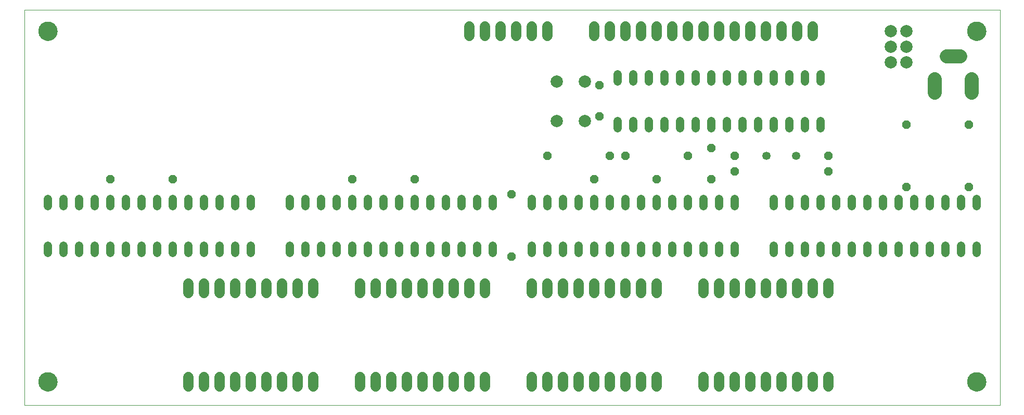
<source format=gts>
G75*
%MOIN*%
%OFA0B0*%
%FSLAX25Y25*%
%IPPOS*%
%LPD*%
%AMOC8*
5,1,8,0,0,1.08239X$1,22.5*
%
%ADD10C,0.00000*%
%ADD11C,0.12311*%
%ADD12OC8,0.05300*%
%ADD13C,0.09100*%
%ADD14C,0.06500*%
%ADD15C,0.07900*%
%ADD16C,0.05300*%
%ADD17C,0.05300*%
D10*
X0001300Y0001300D02*
X0001300Y0255001D01*
X0626221Y0255001D01*
X0626221Y0001300D01*
X0001300Y0001300D01*
X0010394Y0016300D02*
X0010396Y0016453D01*
X0010402Y0016607D01*
X0010412Y0016760D01*
X0010426Y0016912D01*
X0010444Y0017065D01*
X0010466Y0017216D01*
X0010491Y0017367D01*
X0010521Y0017518D01*
X0010555Y0017668D01*
X0010592Y0017816D01*
X0010633Y0017964D01*
X0010678Y0018110D01*
X0010727Y0018256D01*
X0010780Y0018400D01*
X0010836Y0018542D01*
X0010896Y0018683D01*
X0010960Y0018823D01*
X0011027Y0018961D01*
X0011098Y0019097D01*
X0011173Y0019231D01*
X0011250Y0019363D01*
X0011332Y0019493D01*
X0011416Y0019621D01*
X0011504Y0019747D01*
X0011595Y0019870D01*
X0011689Y0019991D01*
X0011787Y0020109D01*
X0011887Y0020225D01*
X0011991Y0020338D01*
X0012097Y0020449D01*
X0012206Y0020557D01*
X0012318Y0020662D01*
X0012432Y0020763D01*
X0012550Y0020862D01*
X0012669Y0020958D01*
X0012791Y0021051D01*
X0012916Y0021140D01*
X0013043Y0021227D01*
X0013172Y0021309D01*
X0013303Y0021389D01*
X0013436Y0021465D01*
X0013571Y0021538D01*
X0013708Y0021607D01*
X0013847Y0021672D01*
X0013987Y0021734D01*
X0014129Y0021792D01*
X0014272Y0021847D01*
X0014417Y0021898D01*
X0014563Y0021945D01*
X0014710Y0021988D01*
X0014858Y0022027D01*
X0015007Y0022063D01*
X0015157Y0022094D01*
X0015308Y0022122D01*
X0015459Y0022146D01*
X0015612Y0022166D01*
X0015764Y0022182D01*
X0015917Y0022194D01*
X0016070Y0022202D01*
X0016223Y0022206D01*
X0016377Y0022206D01*
X0016530Y0022202D01*
X0016683Y0022194D01*
X0016836Y0022182D01*
X0016988Y0022166D01*
X0017141Y0022146D01*
X0017292Y0022122D01*
X0017443Y0022094D01*
X0017593Y0022063D01*
X0017742Y0022027D01*
X0017890Y0021988D01*
X0018037Y0021945D01*
X0018183Y0021898D01*
X0018328Y0021847D01*
X0018471Y0021792D01*
X0018613Y0021734D01*
X0018753Y0021672D01*
X0018892Y0021607D01*
X0019029Y0021538D01*
X0019164Y0021465D01*
X0019297Y0021389D01*
X0019428Y0021309D01*
X0019557Y0021227D01*
X0019684Y0021140D01*
X0019809Y0021051D01*
X0019931Y0020958D01*
X0020050Y0020862D01*
X0020168Y0020763D01*
X0020282Y0020662D01*
X0020394Y0020557D01*
X0020503Y0020449D01*
X0020609Y0020338D01*
X0020713Y0020225D01*
X0020813Y0020109D01*
X0020911Y0019991D01*
X0021005Y0019870D01*
X0021096Y0019747D01*
X0021184Y0019621D01*
X0021268Y0019493D01*
X0021350Y0019363D01*
X0021427Y0019231D01*
X0021502Y0019097D01*
X0021573Y0018961D01*
X0021640Y0018823D01*
X0021704Y0018683D01*
X0021764Y0018542D01*
X0021820Y0018400D01*
X0021873Y0018256D01*
X0021922Y0018110D01*
X0021967Y0017964D01*
X0022008Y0017816D01*
X0022045Y0017668D01*
X0022079Y0017518D01*
X0022109Y0017367D01*
X0022134Y0017216D01*
X0022156Y0017065D01*
X0022174Y0016912D01*
X0022188Y0016760D01*
X0022198Y0016607D01*
X0022204Y0016453D01*
X0022206Y0016300D01*
X0022204Y0016147D01*
X0022198Y0015993D01*
X0022188Y0015840D01*
X0022174Y0015688D01*
X0022156Y0015535D01*
X0022134Y0015384D01*
X0022109Y0015233D01*
X0022079Y0015082D01*
X0022045Y0014932D01*
X0022008Y0014784D01*
X0021967Y0014636D01*
X0021922Y0014490D01*
X0021873Y0014344D01*
X0021820Y0014200D01*
X0021764Y0014058D01*
X0021704Y0013917D01*
X0021640Y0013777D01*
X0021573Y0013639D01*
X0021502Y0013503D01*
X0021427Y0013369D01*
X0021350Y0013237D01*
X0021268Y0013107D01*
X0021184Y0012979D01*
X0021096Y0012853D01*
X0021005Y0012730D01*
X0020911Y0012609D01*
X0020813Y0012491D01*
X0020713Y0012375D01*
X0020609Y0012262D01*
X0020503Y0012151D01*
X0020394Y0012043D01*
X0020282Y0011938D01*
X0020168Y0011837D01*
X0020050Y0011738D01*
X0019931Y0011642D01*
X0019809Y0011549D01*
X0019684Y0011460D01*
X0019557Y0011373D01*
X0019428Y0011291D01*
X0019297Y0011211D01*
X0019164Y0011135D01*
X0019029Y0011062D01*
X0018892Y0010993D01*
X0018753Y0010928D01*
X0018613Y0010866D01*
X0018471Y0010808D01*
X0018328Y0010753D01*
X0018183Y0010702D01*
X0018037Y0010655D01*
X0017890Y0010612D01*
X0017742Y0010573D01*
X0017593Y0010537D01*
X0017443Y0010506D01*
X0017292Y0010478D01*
X0017141Y0010454D01*
X0016988Y0010434D01*
X0016836Y0010418D01*
X0016683Y0010406D01*
X0016530Y0010398D01*
X0016377Y0010394D01*
X0016223Y0010394D01*
X0016070Y0010398D01*
X0015917Y0010406D01*
X0015764Y0010418D01*
X0015612Y0010434D01*
X0015459Y0010454D01*
X0015308Y0010478D01*
X0015157Y0010506D01*
X0015007Y0010537D01*
X0014858Y0010573D01*
X0014710Y0010612D01*
X0014563Y0010655D01*
X0014417Y0010702D01*
X0014272Y0010753D01*
X0014129Y0010808D01*
X0013987Y0010866D01*
X0013847Y0010928D01*
X0013708Y0010993D01*
X0013571Y0011062D01*
X0013436Y0011135D01*
X0013303Y0011211D01*
X0013172Y0011291D01*
X0013043Y0011373D01*
X0012916Y0011460D01*
X0012791Y0011549D01*
X0012669Y0011642D01*
X0012550Y0011738D01*
X0012432Y0011837D01*
X0012318Y0011938D01*
X0012206Y0012043D01*
X0012097Y0012151D01*
X0011991Y0012262D01*
X0011887Y0012375D01*
X0011787Y0012491D01*
X0011689Y0012609D01*
X0011595Y0012730D01*
X0011504Y0012853D01*
X0011416Y0012979D01*
X0011332Y0013107D01*
X0011250Y0013237D01*
X0011173Y0013369D01*
X0011098Y0013503D01*
X0011027Y0013639D01*
X0010960Y0013777D01*
X0010896Y0013917D01*
X0010836Y0014058D01*
X0010780Y0014200D01*
X0010727Y0014344D01*
X0010678Y0014490D01*
X0010633Y0014636D01*
X0010592Y0014784D01*
X0010555Y0014932D01*
X0010521Y0015082D01*
X0010491Y0015233D01*
X0010466Y0015384D01*
X0010444Y0015535D01*
X0010426Y0015688D01*
X0010412Y0015840D01*
X0010402Y0015993D01*
X0010396Y0016147D01*
X0010394Y0016300D01*
X0010394Y0241300D02*
X0010396Y0241453D01*
X0010402Y0241607D01*
X0010412Y0241760D01*
X0010426Y0241912D01*
X0010444Y0242065D01*
X0010466Y0242216D01*
X0010491Y0242367D01*
X0010521Y0242518D01*
X0010555Y0242668D01*
X0010592Y0242816D01*
X0010633Y0242964D01*
X0010678Y0243110D01*
X0010727Y0243256D01*
X0010780Y0243400D01*
X0010836Y0243542D01*
X0010896Y0243683D01*
X0010960Y0243823D01*
X0011027Y0243961D01*
X0011098Y0244097D01*
X0011173Y0244231D01*
X0011250Y0244363D01*
X0011332Y0244493D01*
X0011416Y0244621D01*
X0011504Y0244747D01*
X0011595Y0244870D01*
X0011689Y0244991D01*
X0011787Y0245109D01*
X0011887Y0245225D01*
X0011991Y0245338D01*
X0012097Y0245449D01*
X0012206Y0245557D01*
X0012318Y0245662D01*
X0012432Y0245763D01*
X0012550Y0245862D01*
X0012669Y0245958D01*
X0012791Y0246051D01*
X0012916Y0246140D01*
X0013043Y0246227D01*
X0013172Y0246309D01*
X0013303Y0246389D01*
X0013436Y0246465D01*
X0013571Y0246538D01*
X0013708Y0246607D01*
X0013847Y0246672D01*
X0013987Y0246734D01*
X0014129Y0246792D01*
X0014272Y0246847D01*
X0014417Y0246898D01*
X0014563Y0246945D01*
X0014710Y0246988D01*
X0014858Y0247027D01*
X0015007Y0247063D01*
X0015157Y0247094D01*
X0015308Y0247122D01*
X0015459Y0247146D01*
X0015612Y0247166D01*
X0015764Y0247182D01*
X0015917Y0247194D01*
X0016070Y0247202D01*
X0016223Y0247206D01*
X0016377Y0247206D01*
X0016530Y0247202D01*
X0016683Y0247194D01*
X0016836Y0247182D01*
X0016988Y0247166D01*
X0017141Y0247146D01*
X0017292Y0247122D01*
X0017443Y0247094D01*
X0017593Y0247063D01*
X0017742Y0247027D01*
X0017890Y0246988D01*
X0018037Y0246945D01*
X0018183Y0246898D01*
X0018328Y0246847D01*
X0018471Y0246792D01*
X0018613Y0246734D01*
X0018753Y0246672D01*
X0018892Y0246607D01*
X0019029Y0246538D01*
X0019164Y0246465D01*
X0019297Y0246389D01*
X0019428Y0246309D01*
X0019557Y0246227D01*
X0019684Y0246140D01*
X0019809Y0246051D01*
X0019931Y0245958D01*
X0020050Y0245862D01*
X0020168Y0245763D01*
X0020282Y0245662D01*
X0020394Y0245557D01*
X0020503Y0245449D01*
X0020609Y0245338D01*
X0020713Y0245225D01*
X0020813Y0245109D01*
X0020911Y0244991D01*
X0021005Y0244870D01*
X0021096Y0244747D01*
X0021184Y0244621D01*
X0021268Y0244493D01*
X0021350Y0244363D01*
X0021427Y0244231D01*
X0021502Y0244097D01*
X0021573Y0243961D01*
X0021640Y0243823D01*
X0021704Y0243683D01*
X0021764Y0243542D01*
X0021820Y0243400D01*
X0021873Y0243256D01*
X0021922Y0243110D01*
X0021967Y0242964D01*
X0022008Y0242816D01*
X0022045Y0242668D01*
X0022079Y0242518D01*
X0022109Y0242367D01*
X0022134Y0242216D01*
X0022156Y0242065D01*
X0022174Y0241912D01*
X0022188Y0241760D01*
X0022198Y0241607D01*
X0022204Y0241453D01*
X0022206Y0241300D01*
X0022204Y0241147D01*
X0022198Y0240993D01*
X0022188Y0240840D01*
X0022174Y0240688D01*
X0022156Y0240535D01*
X0022134Y0240384D01*
X0022109Y0240233D01*
X0022079Y0240082D01*
X0022045Y0239932D01*
X0022008Y0239784D01*
X0021967Y0239636D01*
X0021922Y0239490D01*
X0021873Y0239344D01*
X0021820Y0239200D01*
X0021764Y0239058D01*
X0021704Y0238917D01*
X0021640Y0238777D01*
X0021573Y0238639D01*
X0021502Y0238503D01*
X0021427Y0238369D01*
X0021350Y0238237D01*
X0021268Y0238107D01*
X0021184Y0237979D01*
X0021096Y0237853D01*
X0021005Y0237730D01*
X0020911Y0237609D01*
X0020813Y0237491D01*
X0020713Y0237375D01*
X0020609Y0237262D01*
X0020503Y0237151D01*
X0020394Y0237043D01*
X0020282Y0236938D01*
X0020168Y0236837D01*
X0020050Y0236738D01*
X0019931Y0236642D01*
X0019809Y0236549D01*
X0019684Y0236460D01*
X0019557Y0236373D01*
X0019428Y0236291D01*
X0019297Y0236211D01*
X0019164Y0236135D01*
X0019029Y0236062D01*
X0018892Y0235993D01*
X0018753Y0235928D01*
X0018613Y0235866D01*
X0018471Y0235808D01*
X0018328Y0235753D01*
X0018183Y0235702D01*
X0018037Y0235655D01*
X0017890Y0235612D01*
X0017742Y0235573D01*
X0017593Y0235537D01*
X0017443Y0235506D01*
X0017292Y0235478D01*
X0017141Y0235454D01*
X0016988Y0235434D01*
X0016836Y0235418D01*
X0016683Y0235406D01*
X0016530Y0235398D01*
X0016377Y0235394D01*
X0016223Y0235394D01*
X0016070Y0235398D01*
X0015917Y0235406D01*
X0015764Y0235418D01*
X0015612Y0235434D01*
X0015459Y0235454D01*
X0015308Y0235478D01*
X0015157Y0235506D01*
X0015007Y0235537D01*
X0014858Y0235573D01*
X0014710Y0235612D01*
X0014563Y0235655D01*
X0014417Y0235702D01*
X0014272Y0235753D01*
X0014129Y0235808D01*
X0013987Y0235866D01*
X0013847Y0235928D01*
X0013708Y0235993D01*
X0013571Y0236062D01*
X0013436Y0236135D01*
X0013303Y0236211D01*
X0013172Y0236291D01*
X0013043Y0236373D01*
X0012916Y0236460D01*
X0012791Y0236549D01*
X0012669Y0236642D01*
X0012550Y0236738D01*
X0012432Y0236837D01*
X0012318Y0236938D01*
X0012206Y0237043D01*
X0012097Y0237151D01*
X0011991Y0237262D01*
X0011887Y0237375D01*
X0011787Y0237491D01*
X0011689Y0237609D01*
X0011595Y0237730D01*
X0011504Y0237853D01*
X0011416Y0237979D01*
X0011332Y0238107D01*
X0011250Y0238237D01*
X0011173Y0238369D01*
X0011098Y0238503D01*
X0011027Y0238639D01*
X0010960Y0238777D01*
X0010896Y0238917D01*
X0010836Y0239058D01*
X0010780Y0239200D01*
X0010727Y0239344D01*
X0010678Y0239490D01*
X0010633Y0239636D01*
X0010592Y0239784D01*
X0010555Y0239932D01*
X0010521Y0240082D01*
X0010491Y0240233D01*
X0010466Y0240384D01*
X0010444Y0240535D01*
X0010426Y0240688D01*
X0010412Y0240840D01*
X0010402Y0240993D01*
X0010396Y0241147D01*
X0010394Y0241300D01*
X0605394Y0241300D02*
X0605396Y0241453D01*
X0605402Y0241607D01*
X0605412Y0241760D01*
X0605426Y0241912D01*
X0605444Y0242065D01*
X0605466Y0242216D01*
X0605491Y0242367D01*
X0605521Y0242518D01*
X0605555Y0242668D01*
X0605592Y0242816D01*
X0605633Y0242964D01*
X0605678Y0243110D01*
X0605727Y0243256D01*
X0605780Y0243400D01*
X0605836Y0243542D01*
X0605896Y0243683D01*
X0605960Y0243823D01*
X0606027Y0243961D01*
X0606098Y0244097D01*
X0606173Y0244231D01*
X0606250Y0244363D01*
X0606332Y0244493D01*
X0606416Y0244621D01*
X0606504Y0244747D01*
X0606595Y0244870D01*
X0606689Y0244991D01*
X0606787Y0245109D01*
X0606887Y0245225D01*
X0606991Y0245338D01*
X0607097Y0245449D01*
X0607206Y0245557D01*
X0607318Y0245662D01*
X0607432Y0245763D01*
X0607550Y0245862D01*
X0607669Y0245958D01*
X0607791Y0246051D01*
X0607916Y0246140D01*
X0608043Y0246227D01*
X0608172Y0246309D01*
X0608303Y0246389D01*
X0608436Y0246465D01*
X0608571Y0246538D01*
X0608708Y0246607D01*
X0608847Y0246672D01*
X0608987Y0246734D01*
X0609129Y0246792D01*
X0609272Y0246847D01*
X0609417Y0246898D01*
X0609563Y0246945D01*
X0609710Y0246988D01*
X0609858Y0247027D01*
X0610007Y0247063D01*
X0610157Y0247094D01*
X0610308Y0247122D01*
X0610459Y0247146D01*
X0610612Y0247166D01*
X0610764Y0247182D01*
X0610917Y0247194D01*
X0611070Y0247202D01*
X0611223Y0247206D01*
X0611377Y0247206D01*
X0611530Y0247202D01*
X0611683Y0247194D01*
X0611836Y0247182D01*
X0611988Y0247166D01*
X0612141Y0247146D01*
X0612292Y0247122D01*
X0612443Y0247094D01*
X0612593Y0247063D01*
X0612742Y0247027D01*
X0612890Y0246988D01*
X0613037Y0246945D01*
X0613183Y0246898D01*
X0613328Y0246847D01*
X0613471Y0246792D01*
X0613613Y0246734D01*
X0613753Y0246672D01*
X0613892Y0246607D01*
X0614029Y0246538D01*
X0614164Y0246465D01*
X0614297Y0246389D01*
X0614428Y0246309D01*
X0614557Y0246227D01*
X0614684Y0246140D01*
X0614809Y0246051D01*
X0614931Y0245958D01*
X0615050Y0245862D01*
X0615168Y0245763D01*
X0615282Y0245662D01*
X0615394Y0245557D01*
X0615503Y0245449D01*
X0615609Y0245338D01*
X0615713Y0245225D01*
X0615813Y0245109D01*
X0615911Y0244991D01*
X0616005Y0244870D01*
X0616096Y0244747D01*
X0616184Y0244621D01*
X0616268Y0244493D01*
X0616350Y0244363D01*
X0616427Y0244231D01*
X0616502Y0244097D01*
X0616573Y0243961D01*
X0616640Y0243823D01*
X0616704Y0243683D01*
X0616764Y0243542D01*
X0616820Y0243400D01*
X0616873Y0243256D01*
X0616922Y0243110D01*
X0616967Y0242964D01*
X0617008Y0242816D01*
X0617045Y0242668D01*
X0617079Y0242518D01*
X0617109Y0242367D01*
X0617134Y0242216D01*
X0617156Y0242065D01*
X0617174Y0241912D01*
X0617188Y0241760D01*
X0617198Y0241607D01*
X0617204Y0241453D01*
X0617206Y0241300D01*
X0617204Y0241147D01*
X0617198Y0240993D01*
X0617188Y0240840D01*
X0617174Y0240688D01*
X0617156Y0240535D01*
X0617134Y0240384D01*
X0617109Y0240233D01*
X0617079Y0240082D01*
X0617045Y0239932D01*
X0617008Y0239784D01*
X0616967Y0239636D01*
X0616922Y0239490D01*
X0616873Y0239344D01*
X0616820Y0239200D01*
X0616764Y0239058D01*
X0616704Y0238917D01*
X0616640Y0238777D01*
X0616573Y0238639D01*
X0616502Y0238503D01*
X0616427Y0238369D01*
X0616350Y0238237D01*
X0616268Y0238107D01*
X0616184Y0237979D01*
X0616096Y0237853D01*
X0616005Y0237730D01*
X0615911Y0237609D01*
X0615813Y0237491D01*
X0615713Y0237375D01*
X0615609Y0237262D01*
X0615503Y0237151D01*
X0615394Y0237043D01*
X0615282Y0236938D01*
X0615168Y0236837D01*
X0615050Y0236738D01*
X0614931Y0236642D01*
X0614809Y0236549D01*
X0614684Y0236460D01*
X0614557Y0236373D01*
X0614428Y0236291D01*
X0614297Y0236211D01*
X0614164Y0236135D01*
X0614029Y0236062D01*
X0613892Y0235993D01*
X0613753Y0235928D01*
X0613613Y0235866D01*
X0613471Y0235808D01*
X0613328Y0235753D01*
X0613183Y0235702D01*
X0613037Y0235655D01*
X0612890Y0235612D01*
X0612742Y0235573D01*
X0612593Y0235537D01*
X0612443Y0235506D01*
X0612292Y0235478D01*
X0612141Y0235454D01*
X0611988Y0235434D01*
X0611836Y0235418D01*
X0611683Y0235406D01*
X0611530Y0235398D01*
X0611377Y0235394D01*
X0611223Y0235394D01*
X0611070Y0235398D01*
X0610917Y0235406D01*
X0610764Y0235418D01*
X0610612Y0235434D01*
X0610459Y0235454D01*
X0610308Y0235478D01*
X0610157Y0235506D01*
X0610007Y0235537D01*
X0609858Y0235573D01*
X0609710Y0235612D01*
X0609563Y0235655D01*
X0609417Y0235702D01*
X0609272Y0235753D01*
X0609129Y0235808D01*
X0608987Y0235866D01*
X0608847Y0235928D01*
X0608708Y0235993D01*
X0608571Y0236062D01*
X0608436Y0236135D01*
X0608303Y0236211D01*
X0608172Y0236291D01*
X0608043Y0236373D01*
X0607916Y0236460D01*
X0607791Y0236549D01*
X0607669Y0236642D01*
X0607550Y0236738D01*
X0607432Y0236837D01*
X0607318Y0236938D01*
X0607206Y0237043D01*
X0607097Y0237151D01*
X0606991Y0237262D01*
X0606887Y0237375D01*
X0606787Y0237491D01*
X0606689Y0237609D01*
X0606595Y0237730D01*
X0606504Y0237853D01*
X0606416Y0237979D01*
X0606332Y0238107D01*
X0606250Y0238237D01*
X0606173Y0238369D01*
X0606098Y0238503D01*
X0606027Y0238639D01*
X0605960Y0238777D01*
X0605896Y0238917D01*
X0605836Y0239058D01*
X0605780Y0239200D01*
X0605727Y0239344D01*
X0605678Y0239490D01*
X0605633Y0239636D01*
X0605592Y0239784D01*
X0605555Y0239932D01*
X0605521Y0240082D01*
X0605491Y0240233D01*
X0605466Y0240384D01*
X0605444Y0240535D01*
X0605426Y0240688D01*
X0605412Y0240840D01*
X0605402Y0240993D01*
X0605396Y0241147D01*
X0605394Y0241300D01*
X0605394Y0016300D02*
X0605396Y0016453D01*
X0605402Y0016607D01*
X0605412Y0016760D01*
X0605426Y0016912D01*
X0605444Y0017065D01*
X0605466Y0017216D01*
X0605491Y0017367D01*
X0605521Y0017518D01*
X0605555Y0017668D01*
X0605592Y0017816D01*
X0605633Y0017964D01*
X0605678Y0018110D01*
X0605727Y0018256D01*
X0605780Y0018400D01*
X0605836Y0018542D01*
X0605896Y0018683D01*
X0605960Y0018823D01*
X0606027Y0018961D01*
X0606098Y0019097D01*
X0606173Y0019231D01*
X0606250Y0019363D01*
X0606332Y0019493D01*
X0606416Y0019621D01*
X0606504Y0019747D01*
X0606595Y0019870D01*
X0606689Y0019991D01*
X0606787Y0020109D01*
X0606887Y0020225D01*
X0606991Y0020338D01*
X0607097Y0020449D01*
X0607206Y0020557D01*
X0607318Y0020662D01*
X0607432Y0020763D01*
X0607550Y0020862D01*
X0607669Y0020958D01*
X0607791Y0021051D01*
X0607916Y0021140D01*
X0608043Y0021227D01*
X0608172Y0021309D01*
X0608303Y0021389D01*
X0608436Y0021465D01*
X0608571Y0021538D01*
X0608708Y0021607D01*
X0608847Y0021672D01*
X0608987Y0021734D01*
X0609129Y0021792D01*
X0609272Y0021847D01*
X0609417Y0021898D01*
X0609563Y0021945D01*
X0609710Y0021988D01*
X0609858Y0022027D01*
X0610007Y0022063D01*
X0610157Y0022094D01*
X0610308Y0022122D01*
X0610459Y0022146D01*
X0610612Y0022166D01*
X0610764Y0022182D01*
X0610917Y0022194D01*
X0611070Y0022202D01*
X0611223Y0022206D01*
X0611377Y0022206D01*
X0611530Y0022202D01*
X0611683Y0022194D01*
X0611836Y0022182D01*
X0611988Y0022166D01*
X0612141Y0022146D01*
X0612292Y0022122D01*
X0612443Y0022094D01*
X0612593Y0022063D01*
X0612742Y0022027D01*
X0612890Y0021988D01*
X0613037Y0021945D01*
X0613183Y0021898D01*
X0613328Y0021847D01*
X0613471Y0021792D01*
X0613613Y0021734D01*
X0613753Y0021672D01*
X0613892Y0021607D01*
X0614029Y0021538D01*
X0614164Y0021465D01*
X0614297Y0021389D01*
X0614428Y0021309D01*
X0614557Y0021227D01*
X0614684Y0021140D01*
X0614809Y0021051D01*
X0614931Y0020958D01*
X0615050Y0020862D01*
X0615168Y0020763D01*
X0615282Y0020662D01*
X0615394Y0020557D01*
X0615503Y0020449D01*
X0615609Y0020338D01*
X0615713Y0020225D01*
X0615813Y0020109D01*
X0615911Y0019991D01*
X0616005Y0019870D01*
X0616096Y0019747D01*
X0616184Y0019621D01*
X0616268Y0019493D01*
X0616350Y0019363D01*
X0616427Y0019231D01*
X0616502Y0019097D01*
X0616573Y0018961D01*
X0616640Y0018823D01*
X0616704Y0018683D01*
X0616764Y0018542D01*
X0616820Y0018400D01*
X0616873Y0018256D01*
X0616922Y0018110D01*
X0616967Y0017964D01*
X0617008Y0017816D01*
X0617045Y0017668D01*
X0617079Y0017518D01*
X0617109Y0017367D01*
X0617134Y0017216D01*
X0617156Y0017065D01*
X0617174Y0016912D01*
X0617188Y0016760D01*
X0617198Y0016607D01*
X0617204Y0016453D01*
X0617206Y0016300D01*
X0617204Y0016147D01*
X0617198Y0015993D01*
X0617188Y0015840D01*
X0617174Y0015688D01*
X0617156Y0015535D01*
X0617134Y0015384D01*
X0617109Y0015233D01*
X0617079Y0015082D01*
X0617045Y0014932D01*
X0617008Y0014784D01*
X0616967Y0014636D01*
X0616922Y0014490D01*
X0616873Y0014344D01*
X0616820Y0014200D01*
X0616764Y0014058D01*
X0616704Y0013917D01*
X0616640Y0013777D01*
X0616573Y0013639D01*
X0616502Y0013503D01*
X0616427Y0013369D01*
X0616350Y0013237D01*
X0616268Y0013107D01*
X0616184Y0012979D01*
X0616096Y0012853D01*
X0616005Y0012730D01*
X0615911Y0012609D01*
X0615813Y0012491D01*
X0615713Y0012375D01*
X0615609Y0012262D01*
X0615503Y0012151D01*
X0615394Y0012043D01*
X0615282Y0011938D01*
X0615168Y0011837D01*
X0615050Y0011738D01*
X0614931Y0011642D01*
X0614809Y0011549D01*
X0614684Y0011460D01*
X0614557Y0011373D01*
X0614428Y0011291D01*
X0614297Y0011211D01*
X0614164Y0011135D01*
X0614029Y0011062D01*
X0613892Y0010993D01*
X0613753Y0010928D01*
X0613613Y0010866D01*
X0613471Y0010808D01*
X0613328Y0010753D01*
X0613183Y0010702D01*
X0613037Y0010655D01*
X0612890Y0010612D01*
X0612742Y0010573D01*
X0612593Y0010537D01*
X0612443Y0010506D01*
X0612292Y0010478D01*
X0612141Y0010454D01*
X0611988Y0010434D01*
X0611836Y0010418D01*
X0611683Y0010406D01*
X0611530Y0010398D01*
X0611377Y0010394D01*
X0611223Y0010394D01*
X0611070Y0010398D01*
X0610917Y0010406D01*
X0610764Y0010418D01*
X0610612Y0010434D01*
X0610459Y0010454D01*
X0610308Y0010478D01*
X0610157Y0010506D01*
X0610007Y0010537D01*
X0609858Y0010573D01*
X0609710Y0010612D01*
X0609563Y0010655D01*
X0609417Y0010702D01*
X0609272Y0010753D01*
X0609129Y0010808D01*
X0608987Y0010866D01*
X0608847Y0010928D01*
X0608708Y0010993D01*
X0608571Y0011062D01*
X0608436Y0011135D01*
X0608303Y0011211D01*
X0608172Y0011291D01*
X0608043Y0011373D01*
X0607916Y0011460D01*
X0607791Y0011549D01*
X0607669Y0011642D01*
X0607550Y0011738D01*
X0607432Y0011837D01*
X0607318Y0011938D01*
X0607206Y0012043D01*
X0607097Y0012151D01*
X0606991Y0012262D01*
X0606887Y0012375D01*
X0606787Y0012491D01*
X0606689Y0012609D01*
X0606595Y0012730D01*
X0606504Y0012853D01*
X0606416Y0012979D01*
X0606332Y0013107D01*
X0606250Y0013237D01*
X0606173Y0013369D01*
X0606098Y0013503D01*
X0606027Y0013639D01*
X0605960Y0013777D01*
X0605896Y0013917D01*
X0605836Y0014058D01*
X0605780Y0014200D01*
X0605727Y0014344D01*
X0605678Y0014490D01*
X0605633Y0014636D01*
X0605592Y0014784D01*
X0605555Y0014932D01*
X0605521Y0015082D01*
X0605491Y0015233D01*
X0605466Y0015384D01*
X0605444Y0015535D01*
X0605426Y0015688D01*
X0605412Y0015840D01*
X0605402Y0015993D01*
X0605396Y0016147D01*
X0605394Y0016300D01*
D11*
X0611300Y0016300D03*
X0611300Y0241300D03*
X0016300Y0241300D03*
X0016300Y0016300D03*
D12*
X0313500Y0096700D03*
X0313500Y0136700D03*
X0366300Y0146300D03*
X0376300Y0161300D03*
X0386300Y0161300D03*
X0406300Y0146300D03*
X0426300Y0161300D03*
X0441300Y0166300D03*
X0456300Y0161300D03*
X0456300Y0151300D03*
X0441300Y0146300D03*
X0516300Y0151300D03*
X0516300Y0161300D03*
X0566300Y0141300D03*
X0606300Y0141300D03*
X0606300Y0181300D03*
X0566300Y0181300D03*
X0369700Y0186600D03*
X0369700Y0206600D03*
X0336300Y0161300D03*
X0251300Y0146300D03*
X0211300Y0146300D03*
X0096300Y0146300D03*
X0056300Y0146300D03*
D13*
X0584489Y0202000D02*
X0584489Y0210600D01*
X0608111Y0210600D02*
X0608111Y0202000D01*
X0600600Y0225198D02*
X0592000Y0225198D01*
D14*
X0506300Y0238300D02*
X0506300Y0244300D01*
X0496300Y0244300D02*
X0496300Y0238300D01*
X0486300Y0238300D02*
X0486300Y0244300D01*
X0476300Y0244300D02*
X0476300Y0238300D01*
X0466300Y0238300D02*
X0466300Y0244300D01*
X0456300Y0244300D02*
X0456300Y0238300D01*
X0446300Y0238300D02*
X0446300Y0244300D01*
X0436300Y0244300D02*
X0436300Y0238300D01*
X0426300Y0238300D02*
X0426300Y0244300D01*
X0416300Y0244300D02*
X0416300Y0238300D01*
X0406300Y0238300D02*
X0406300Y0244300D01*
X0396300Y0244300D02*
X0396300Y0238300D01*
X0386300Y0238300D02*
X0386300Y0244300D01*
X0376300Y0244300D02*
X0376300Y0238300D01*
X0366300Y0238300D02*
X0366300Y0244300D01*
X0336300Y0244300D02*
X0336300Y0238300D01*
X0326300Y0238300D02*
X0326300Y0244300D01*
X0316300Y0244300D02*
X0316300Y0238300D01*
X0306300Y0238300D02*
X0306300Y0244300D01*
X0296300Y0244300D02*
X0296300Y0238300D01*
X0286300Y0238300D02*
X0286300Y0244300D01*
X0286300Y0079300D02*
X0286300Y0073300D01*
X0296300Y0073300D02*
X0296300Y0079300D01*
X0276300Y0079300D02*
X0276300Y0073300D01*
X0266300Y0073300D02*
X0266300Y0079300D01*
X0256300Y0079300D02*
X0256300Y0073300D01*
X0246300Y0073300D02*
X0246300Y0079300D01*
X0236300Y0079300D02*
X0236300Y0073300D01*
X0226300Y0073300D02*
X0226300Y0079300D01*
X0216300Y0079300D02*
X0216300Y0073300D01*
X0186300Y0073300D02*
X0186300Y0079300D01*
X0176300Y0079300D02*
X0176300Y0073300D01*
X0166300Y0073300D02*
X0166300Y0079300D01*
X0156300Y0079300D02*
X0156300Y0073300D01*
X0146300Y0073300D02*
X0146300Y0079300D01*
X0136300Y0079300D02*
X0136300Y0073300D01*
X0126300Y0073300D02*
X0126300Y0079300D01*
X0116300Y0079300D02*
X0116300Y0073300D01*
X0106300Y0073300D02*
X0106300Y0079300D01*
X0106300Y0019300D02*
X0106300Y0013300D01*
X0116300Y0013300D02*
X0116300Y0019300D01*
X0126300Y0019300D02*
X0126300Y0013300D01*
X0136300Y0013300D02*
X0136300Y0019300D01*
X0146300Y0019300D02*
X0146300Y0013300D01*
X0156300Y0013300D02*
X0156300Y0019300D01*
X0166300Y0019300D02*
X0166300Y0013300D01*
X0176300Y0013300D02*
X0176300Y0019300D01*
X0186300Y0019300D02*
X0186300Y0013300D01*
X0216300Y0013300D02*
X0216300Y0019300D01*
X0226300Y0019300D02*
X0226300Y0013300D01*
X0236300Y0013300D02*
X0236300Y0019300D01*
X0246300Y0019300D02*
X0246300Y0013300D01*
X0256300Y0013300D02*
X0256300Y0019300D01*
X0266300Y0019300D02*
X0266300Y0013300D01*
X0276300Y0013300D02*
X0276300Y0019300D01*
X0286300Y0019300D02*
X0286300Y0013300D01*
X0296300Y0013300D02*
X0296300Y0019300D01*
X0326300Y0019300D02*
X0326300Y0013300D01*
X0336300Y0013300D02*
X0336300Y0019300D01*
X0346300Y0019300D02*
X0346300Y0013300D01*
X0356300Y0013300D02*
X0356300Y0019300D01*
X0366300Y0019300D02*
X0366300Y0013300D01*
X0376300Y0013300D02*
X0376300Y0019300D01*
X0386300Y0019300D02*
X0386300Y0013300D01*
X0396300Y0013300D02*
X0396300Y0019300D01*
X0406300Y0019300D02*
X0406300Y0013300D01*
X0436300Y0013300D02*
X0436300Y0019300D01*
X0446300Y0019300D02*
X0446300Y0013300D01*
X0456300Y0013300D02*
X0456300Y0019300D01*
X0466300Y0019300D02*
X0466300Y0013300D01*
X0476300Y0013300D02*
X0476300Y0019300D01*
X0486300Y0019300D02*
X0486300Y0013300D01*
X0496300Y0013300D02*
X0496300Y0019300D01*
X0506300Y0019300D02*
X0506300Y0013300D01*
X0516300Y0013300D02*
X0516300Y0019300D01*
X0516300Y0073300D02*
X0516300Y0079300D01*
X0506300Y0079300D02*
X0506300Y0073300D01*
X0496300Y0073300D02*
X0496300Y0079300D01*
X0486300Y0079300D02*
X0486300Y0073300D01*
X0476300Y0073300D02*
X0476300Y0079300D01*
X0466300Y0079300D02*
X0466300Y0073300D01*
X0456300Y0073300D02*
X0456300Y0079300D01*
X0446300Y0079300D02*
X0446300Y0073300D01*
X0436300Y0073300D02*
X0436300Y0079300D01*
X0406300Y0079300D02*
X0406300Y0073300D01*
X0396300Y0073300D02*
X0396300Y0079300D01*
X0386300Y0079300D02*
X0386300Y0073300D01*
X0376300Y0073300D02*
X0376300Y0079300D01*
X0366300Y0079300D02*
X0366300Y0073300D01*
X0356300Y0073300D02*
X0356300Y0079300D01*
X0346300Y0079300D02*
X0346300Y0073300D01*
X0336300Y0073300D02*
X0336300Y0079300D01*
X0326300Y0079300D02*
X0326300Y0073300D01*
D15*
X0342400Y0183500D03*
X0360200Y0183500D03*
X0360200Y0209100D03*
X0342400Y0209100D03*
X0556300Y0221300D03*
X0566300Y0221300D03*
X0566300Y0231300D03*
X0556300Y0231300D03*
X0556300Y0241300D03*
X0566300Y0241300D03*
D16*
X0495800Y0161300D03*
X0476800Y0161300D03*
D17*
X0481300Y0178900D02*
X0481300Y0183700D01*
X0491300Y0183700D02*
X0491300Y0178900D01*
X0501300Y0178900D02*
X0501300Y0183700D01*
X0511300Y0183700D02*
X0511300Y0178900D01*
X0471300Y0178900D02*
X0471300Y0183700D01*
X0461300Y0183700D02*
X0461300Y0178900D01*
X0451300Y0178900D02*
X0451300Y0183700D01*
X0441300Y0183700D02*
X0441300Y0178900D01*
X0431300Y0178900D02*
X0431300Y0183700D01*
X0421300Y0183700D02*
X0421300Y0178900D01*
X0411300Y0178900D02*
X0411300Y0183700D01*
X0401300Y0183700D02*
X0401300Y0178900D01*
X0391300Y0178900D02*
X0391300Y0183700D01*
X0381300Y0183700D02*
X0381300Y0178900D01*
X0381300Y0208900D02*
X0381300Y0213700D01*
X0391300Y0213700D02*
X0391300Y0208900D01*
X0401300Y0208900D02*
X0401300Y0213700D01*
X0411300Y0213700D02*
X0411300Y0208900D01*
X0421300Y0208900D02*
X0421300Y0213700D01*
X0431300Y0213700D02*
X0431300Y0208900D01*
X0441300Y0208900D02*
X0441300Y0213700D01*
X0451300Y0213700D02*
X0451300Y0208900D01*
X0461300Y0208900D02*
X0461300Y0213700D01*
X0471300Y0213700D02*
X0471300Y0208900D01*
X0481300Y0208900D02*
X0481300Y0213700D01*
X0491300Y0213700D02*
X0491300Y0208900D01*
X0501300Y0208900D02*
X0501300Y0213700D01*
X0511300Y0213700D02*
X0511300Y0208900D01*
X0511300Y0133700D02*
X0511300Y0128900D01*
X0501300Y0128900D02*
X0501300Y0133700D01*
X0491300Y0133700D02*
X0491300Y0128900D01*
X0481300Y0128900D02*
X0481300Y0133700D01*
X0456300Y0133700D02*
X0456300Y0128900D01*
X0446300Y0128900D02*
X0446300Y0133700D01*
X0436300Y0133700D02*
X0436300Y0128900D01*
X0426300Y0128900D02*
X0426300Y0133700D01*
X0416300Y0133700D02*
X0416300Y0128900D01*
X0406300Y0128900D02*
X0406300Y0133700D01*
X0396300Y0133700D02*
X0396300Y0128900D01*
X0386300Y0128900D02*
X0386300Y0133700D01*
X0376300Y0133700D02*
X0376300Y0128900D01*
X0366300Y0128900D02*
X0366300Y0133700D01*
X0356300Y0133700D02*
X0356300Y0128900D01*
X0346300Y0128900D02*
X0346300Y0133700D01*
X0336300Y0133700D02*
X0336300Y0128900D01*
X0326300Y0128900D02*
X0326300Y0133700D01*
X0301300Y0133700D02*
X0301300Y0128900D01*
X0291300Y0128900D02*
X0291300Y0133700D01*
X0281300Y0133700D02*
X0281300Y0128900D01*
X0271300Y0128900D02*
X0271300Y0133700D01*
X0261300Y0133700D02*
X0261300Y0128900D01*
X0251300Y0128900D02*
X0251300Y0133700D01*
X0241300Y0133700D02*
X0241300Y0128900D01*
X0231300Y0128900D02*
X0231300Y0133700D01*
X0221300Y0133700D02*
X0221300Y0128900D01*
X0211300Y0128900D02*
X0211300Y0133700D01*
X0201300Y0133700D02*
X0201300Y0128900D01*
X0191300Y0128900D02*
X0191300Y0133700D01*
X0181300Y0133700D02*
X0181300Y0128900D01*
X0171300Y0128900D02*
X0171300Y0133700D01*
X0146300Y0133700D02*
X0146300Y0128900D01*
X0136300Y0128900D02*
X0136300Y0133700D01*
X0126300Y0133700D02*
X0126300Y0128900D01*
X0116300Y0128900D02*
X0116300Y0133700D01*
X0106300Y0133700D02*
X0106300Y0128900D01*
X0096300Y0128900D02*
X0096300Y0133700D01*
X0086300Y0133700D02*
X0086300Y0128900D01*
X0076300Y0128900D02*
X0076300Y0133700D01*
X0066300Y0133700D02*
X0066300Y0128900D01*
X0056300Y0128900D02*
X0056300Y0133700D01*
X0046300Y0133700D02*
X0046300Y0128900D01*
X0036300Y0128900D02*
X0036300Y0133700D01*
X0026300Y0133700D02*
X0026300Y0128900D01*
X0016300Y0128900D02*
X0016300Y0133700D01*
X0016300Y0103700D02*
X0016300Y0098900D01*
X0026300Y0098900D02*
X0026300Y0103700D01*
X0036300Y0103700D02*
X0036300Y0098900D01*
X0046300Y0098900D02*
X0046300Y0103700D01*
X0056300Y0103700D02*
X0056300Y0098900D01*
X0066300Y0098900D02*
X0066300Y0103700D01*
X0076300Y0103700D02*
X0076300Y0098900D01*
X0086300Y0098900D02*
X0086300Y0103700D01*
X0096300Y0103700D02*
X0096300Y0098900D01*
X0106300Y0098900D02*
X0106300Y0103700D01*
X0116300Y0103700D02*
X0116300Y0098900D01*
X0126300Y0098900D02*
X0126300Y0103700D01*
X0136300Y0103700D02*
X0136300Y0098900D01*
X0146300Y0098900D02*
X0146300Y0103700D01*
X0171300Y0103700D02*
X0171300Y0098900D01*
X0181300Y0098900D02*
X0181300Y0103700D01*
X0191300Y0103700D02*
X0191300Y0098900D01*
X0201300Y0098900D02*
X0201300Y0103700D01*
X0211300Y0103700D02*
X0211300Y0098900D01*
X0221300Y0098900D02*
X0221300Y0103700D01*
X0231300Y0103700D02*
X0231300Y0098900D01*
X0241300Y0098900D02*
X0241300Y0103700D01*
X0251300Y0103700D02*
X0251300Y0098900D01*
X0261300Y0098900D02*
X0261300Y0103700D01*
X0271300Y0103700D02*
X0271300Y0098900D01*
X0281300Y0098900D02*
X0281300Y0103700D01*
X0291300Y0103700D02*
X0291300Y0098900D01*
X0301300Y0098900D02*
X0301300Y0103700D01*
X0326300Y0103700D02*
X0326300Y0098900D01*
X0336300Y0098900D02*
X0336300Y0103700D01*
X0346300Y0103700D02*
X0346300Y0098900D01*
X0356300Y0098900D02*
X0356300Y0103700D01*
X0366300Y0103700D02*
X0366300Y0098900D01*
X0376300Y0098900D02*
X0376300Y0103700D01*
X0386300Y0103700D02*
X0386300Y0098900D01*
X0396300Y0098900D02*
X0396300Y0103700D01*
X0406300Y0103700D02*
X0406300Y0098900D01*
X0416300Y0098900D02*
X0416300Y0103700D01*
X0426300Y0103700D02*
X0426300Y0098900D01*
X0436300Y0098900D02*
X0436300Y0103700D01*
X0446300Y0103700D02*
X0446300Y0098900D01*
X0456300Y0098900D02*
X0456300Y0103700D01*
X0481300Y0103700D02*
X0481300Y0098900D01*
X0491300Y0098900D02*
X0491300Y0103700D01*
X0501300Y0103700D02*
X0501300Y0098900D01*
X0511300Y0098900D02*
X0511300Y0103700D01*
X0521300Y0103700D02*
X0521300Y0098900D01*
X0531300Y0098900D02*
X0531300Y0103700D01*
X0541300Y0103700D02*
X0541300Y0098900D01*
X0551300Y0098900D02*
X0551300Y0103700D01*
X0561300Y0103700D02*
X0561300Y0098900D01*
X0571300Y0098900D02*
X0571300Y0103700D01*
X0581300Y0103700D02*
X0581300Y0098900D01*
X0591300Y0098900D02*
X0591300Y0103700D01*
X0601300Y0103700D02*
X0601300Y0098900D01*
X0611300Y0098900D02*
X0611300Y0103700D01*
X0611300Y0128900D02*
X0611300Y0133700D01*
X0601300Y0133700D02*
X0601300Y0128900D01*
X0591300Y0128900D02*
X0591300Y0133700D01*
X0581300Y0133700D02*
X0581300Y0128900D01*
X0571300Y0128900D02*
X0571300Y0133700D01*
X0561300Y0133700D02*
X0561300Y0128900D01*
X0551300Y0128900D02*
X0551300Y0133700D01*
X0541300Y0133700D02*
X0541300Y0128900D01*
X0531300Y0128900D02*
X0531300Y0133700D01*
X0521300Y0133700D02*
X0521300Y0128900D01*
M02*

</source>
